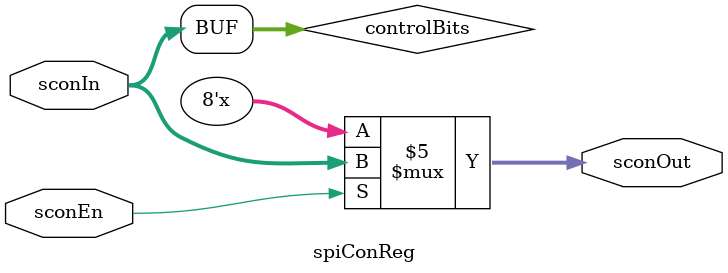
<source format=v>

`include "timescale.v"
`include "defines.v"


module spiConReg (sconEn, sconIn, sconOut);

		input sconEn;
		input [7:0] sconIn;
		
		output [7:0] sconOut;
		
		reg [7:0] sconOut, controlBits = 8'b 00000000;
		
		
		always @ (sconEn or controlBits)
		begin
		
			if (sconEn)
				sconOut = controlBits;
				
		end
		
		always @ (sconIn)
		begin
				controlBits = sconIn;
		end

endmodule

</source>
